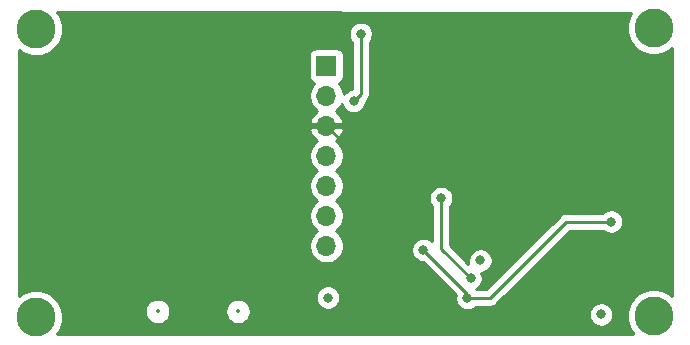
<source format=gbr>
%TF.GenerationSoftware,KiCad,Pcbnew,(5.1.10-1-10_14)*%
%TF.CreationDate,2021-06-08T20:51:40+08:00*%
%TF.ProjectId,network,6e657477-6f72-46b2-9e6b-696361645f70,rev?*%
%TF.SameCoordinates,Original*%
%TF.FileFunction,Copper,L2,Bot*%
%TF.FilePolarity,Positive*%
%FSLAX46Y46*%
G04 Gerber Fmt 4.6, Leading zero omitted, Abs format (unit mm)*
G04 Created by KiCad (PCBNEW (5.1.10-1-10_14)) date 2021-06-08 20:51:40*
%MOMM*%
%LPD*%
G01*
G04 APERTURE LIST*
%TA.AperFunction,ComponentPad*%
%ADD10O,1.700000X1.700000*%
%TD*%
%TA.AperFunction,ComponentPad*%
%ADD11R,1.700000X1.700000*%
%TD*%
%TA.AperFunction,ViaPad*%
%ADD12C,3.300000*%
%TD*%
%TA.AperFunction,ViaPad*%
%ADD13C,0.800000*%
%TD*%
%TA.AperFunction,Conductor*%
%ADD14C,0.250000*%
%TD*%
%TA.AperFunction,Conductor*%
%ADD15C,0.254000*%
%TD*%
%TA.AperFunction,Conductor*%
%ADD16C,0.350000*%
%TD*%
%ADD17C,0.350000*%
G04 APERTURE END LIST*
D10*
%TO.P,J4,7*%
%TO.N,+5V*%
X126400000Y-100240000D03*
%TO.P,J4,6*%
%TO.N,/IO35*%
X126400000Y-97700000D03*
%TO.P,J4,5*%
%TO.N,/IO36*%
X126400000Y-95160000D03*
%TO.P,J4,4*%
%TO.N,/IO37*%
X126400000Y-92620000D03*
%TO.P,J4,3*%
%TO.N,GND*%
X126400000Y-90080000D03*
%TO.P,J4,2*%
%TO.N,/IO38*%
X126400000Y-87540000D03*
D11*
%TO.P,J4,1*%
%TO.N,/IO39*%
X126400000Y-85000000D03*
%TD*%
D12*
%TO.N,*%
X101800000Y-81900000D03*
X101800000Y-106300000D03*
X154100000Y-81800000D03*
X154100000Y-106200000D03*
D13*
%TO.N,GND*%
X135700000Y-87300000D03*
X151100000Y-89800000D03*
X128825000Y-105325000D03*
%TO.N,/BAT+*%
X129300000Y-82295000D03*
X128700000Y-88000000D03*
X126525001Y-104625001D03*
X149649999Y-106050001D03*
X139425010Y-101474990D03*
%TO.N,/BAT-*%
X138325000Y-104675000D03*
X150500000Y-98200000D03*
X134600000Y-100600000D03*
%TO.N,Net-(U2-Pad1)*%
X138600000Y-103000000D03*
X136100000Y-96200000D03*
%TD*%
D14*
%TO.N,GND*%
X132920000Y-90080000D02*
X135700000Y-87300000D01*
X126400000Y-90080000D02*
X132920000Y-90080000D01*
X138200000Y-89800000D02*
X135700000Y-87300000D01*
X151100000Y-89800000D02*
X138200000Y-89800000D01*
X128825000Y-92505000D02*
X126400000Y-90080000D01*
X128825000Y-105325000D02*
X128825000Y-92505000D01*
%TO.N,/BAT+*%
X129300000Y-82295000D02*
X129300000Y-87400000D01*
X129300000Y-87400000D02*
X128700000Y-88000000D01*
X128700000Y-88000000D02*
X128700000Y-88000000D01*
X149649999Y-106050001D02*
X149649999Y-106050001D01*
%TO.N,/BAT-*%
X138325000Y-104675000D02*
X140225000Y-104675000D01*
X146700000Y-98200000D02*
X150500000Y-98200000D01*
X140225000Y-104675000D02*
X146700000Y-98200000D01*
X138325000Y-104325000D02*
X138325000Y-104675000D01*
X134600000Y-100600000D02*
X138325000Y-104325000D01*
%TO.N,Net-(U2-Pad1)*%
X136100000Y-100500000D02*
X138600000Y-103000000D01*
X136100000Y-96200000D02*
X136100000Y-100500000D01*
%TD*%
D15*
%TO.N,GND*%
X152168568Y-80577701D02*
X152075059Y-80717647D01*
X151902811Y-81133490D01*
X151815000Y-81574947D01*
X151815000Y-82025053D01*
X151902811Y-82466510D01*
X152075059Y-82882353D01*
X152325125Y-83256603D01*
X152643397Y-83574875D01*
X153017647Y-83824941D01*
X153433490Y-83997189D01*
X153874947Y-84085000D01*
X154325053Y-84085000D01*
X154766510Y-83997189D01*
X155182353Y-83824941D01*
X155556603Y-83574875D01*
X155615000Y-83516478D01*
X155615001Y-104483523D01*
X155556603Y-104425125D01*
X155182353Y-104175059D01*
X154766510Y-104002811D01*
X154325053Y-103915000D01*
X153874947Y-103915000D01*
X153433490Y-104002811D01*
X153017647Y-104175059D01*
X152643397Y-104425125D01*
X152325125Y-104743397D01*
X152075059Y-105117647D01*
X151902811Y-105533490D01*
X151815000Y-105974947D01*
X151815000Y-106425053D01*
X151902811Y-106866510D01*
X152075059Y-107282353D01*
X152325125Y-107656603D01*
X152383522Y-107715000D01*
X103602673Y-107715000D01*
X103824941Y-107382353D01*
X103997189Y-106966510D01*
X104085000Y-106525053D01*
X104085000Y-106074947D01*
X104009054Y-105693137D01*
X111015000Y-105693137D01*
X111015000Y-105906863D01*
X111056696Y-106116483D01*
X111138485Y-106313940D01*
X111257225Y-106491647D01*
X111408353Y-106642775D01*
X111586060Y-106761515D01*
X111783517Y-106843304D01*
X111993137Y-106885000D01*
X112206863Y-106885000D01*
X112416483Y-106843304D01*
X112613940Y-106761515D01*
X112791647Y-106642775D01*
X112942775Y-106491647D01*
X113061515Y-106313940D01*
X113143304Y-106116483D01*
X113185000Y-105906863D01*
X113185000Y-105693137D01*
X117815000Y-105693137D01*
X117815000Y-105906863D01*
X117856696Y-106116483D01*
X117938485Y-106313940D01*
X118057225Y-106491647D01*
X118208353Y-106642775D01*
X118386060Y-106761515D01*
X118583517Y-106843304D01*
X118793137Y-106885000D01*
X119006863Y-106885000D01*
X119216483Y-106843304D01*
X119413940Y-106761515D01*
X119591647Y-106642775D01*
X119742775Y-106491647D01*
X119861515Y-106313940D01*
X119943304Y-106116483D01*
X119976805Y-105948062D01*
X148614999Y-105948062D01*
X148614999Y-106151940D01*
X148654773Y-106351899D01*
X148732794Y-106540257D01*
X148846062Y-106709775D01*
X148990225Y-106853938D01*
X149159743Y-106967206D01*
X149348101Y-107045227D01*
X149548060Y-107085001D01*
X149751938Y-107085001D01*
X149951897Y-107045227D01*
X150140255Y-106967206D01*
X150309773Y-106853938D01*
X150453936Y-106709775D01*
X150567204Y-106540257D01*
X150645225Y-106351899D01*
X150684999Y-106151940D01*
X150684999Y-105948062D01*
X150645225Y-105748103D01*
X150567204Y-105559745D01*
X150453936Y-105390227D01*
X150309773Y-105246064D01*
X150140255Y-105132796D01*
X149951897Y-105054775D01*
X149751938Y-105015001D01*
X149548060Y-105015001D01*
X149348101Y-105054775D01*
X149159743Y-105132796D01*
X148990225Y-105246064D01*
X148846062Y-105390227D01*
X148732794Y-105559745D01*
X148654773Y-105748103D01*
X148614999Y-105948062D01*
X119976805Y-105948062D01*
X119985000Y-105906863D01*
X119985000Y-105693137D01*
X119943304Y-105483517D01*
X119861515Y-105286060D01*
X119742775Y-105108353D01*
X119591647Y-104957225D01*
X119413940Y-104838485D01*
X119216483Y-104756696D01*
X119006863Y-104715000D01*
X118793137Y-104715000D01*
X118583517Y-104756696D01*
X118386060Y-104838485D01*
X118208353Y-104957225D01*
X118057225Y-105108353D01*
X117938485Y-105286060D01*
X117856696Y-105483517D01*
X117815000Y-105693137D01*
X113185000Y-105693137D01*
X113143304Y-105483517D01*
X113061515Y-105286060D01*
X112942775Y-105108353D01*
X112791647Y-104957225D01*
X112613940Y-104838485D01*
X112416483Y-104756696D01*
X112206863Y-104715000D01*
X111993137Y-104715000D01*
X111783517Y-104756696D01*
X111586060Y-104838485D01*
X111408353Y-104957225D01*
X111257225Y-105108353D01*
X111138485Y-105286060D01*
X111056696Y-105483517D01*
X111015000Y-105693137D01*
X104009054Y-105693137D01*
X103997189Y-105633490D01*
X103824941Y-105217647D01*
X103574875Y-104843397D01*
X103256603Y-104525125D01*
X103253516Y-104523062D01*
X125490001Y-104523062D01*
X125490001Y-104726940D01*
X125529775Y-104926899D01*
X125607796Y-105115257D01*
X125721064Y-105284775D01*
X125865227Y-105428938D01*
X126034745Y-105542206D01*
X126223103Y-105620227D01*
X126423062Y-105660001D01*
X126626940Y-105660001D01*
X126826899Y-105620227D01*
X127015257Y-105542206D01*
X127184775Y-105428938D01*
X127328938Y-105284775D01*
X127442206Y-105115257D01*
X127520227Y-104926899D01*
X127560001Y-104726940D01*
X127560001Y-104523062D01*
X127520227Y-104323103D01*
X127442206Y-104134745D01*
X127328938Y-103965227D01*
X127184775Y-103821064D01*
X127015257Y-103707796D01*
X126826899Y-103629775D01*
X126626940Y-103590001D01*
X126423062Y-103590001D01*
X126223103Y-103629775D01*
X126034745Y-103707796D01*
X125865227Y-103821064D01*
X125721064Y-103965227D01*
X125607796Y-104134745D01*
X125529775Y-104323103D01*
X125490001Y-104523062D01*
X103253516Y-104523062D01*
X102882353Y-104275059D01*
X102466510Y-104102811D01*
X102025053Y-104015000D01*
X101574947Y-104015000D01*
X101133490Y-104102811D01*
X100717647Y-104275059D01*
X100385000Y-104497327D01*
X100385000Y-92473740D01*
X124915000Y-92473740D01*
X124915000Y-92766260D01*
X124972068Y-93053158D01*
X125084010Y-93323411D01*
X125246525Y-93566632D01*
X125453368Y-93773475D01*
X125627760Y-93890000D01*
X125453368Y-94006525D01*
X125246525Y-94213368D01*
X125084010Y-94456589D01*
X124972068Y-94726842D01*
X124915000Y-95013740D01*
X124915000Y-95306260D01*
X124972068Y-95593158D01*
X125084010Y-95863411D01*
X125246525Y-96106632D01*
X125453368Y-96313475D01*
X125627760Y-96430000D01*
X125453368Y-96546525D01*
X125246525Y-96753368D01*
X125084010Y-96996589D01*
X124972068Y-97266842D01*
X124915000Y-97553740D01*
X124915000Y-97846260D01*
X124972068Y-98133158D01*
X125084010Y-98403411D01*
X125246525Y-98646632D01*
X125453368Y-98853475D01*
X125627760Y-98970000D01*
X125453368Y-99086525D01*
X125246525Y-99293368D01*
X125084010Y-99536589D01*
X124972068Y-99806842D01*
X124915000Y-100093740D01*
X124915000Y-100386260D01*
X124972068Y-100673158D01*
X125084010Y-100943411D01*
X125246525Y-101186632D01*
X125453368Y-101393475D01*
X125696589Y-101555990D01*
X125966842Y-101667932D01*
X126253740Y-101725000D01*
X126546260Y-101725000D01*
X126833158Y-101667932D01*
X127103411Y-101555990D01*
X127346632Y-101393475D01*
X127553475Y-101186632D01*
X127715990Y-100943411D01*
X127827932Y-100673158D01*
X127862761Y-100498061D01*
X133565000Y-100498061D01*
X133565000Y-100701939D01*
X133604774Y-100901898D01*
X133682795Y-101090256D01*
X133796063Y-101259774D01*
X133940226Y-101403937D01*
X134109744Y-101517205D01*
X134298102Y-101595226D01*
X134498061Y-101635000D01*
X134560199Y-101635000D01*
X137324552Y-104399354D01*
X137290000Y-104573061D01*
X137290000Y-104776939D01*
X137329774Y-104976898D01*
X137407795Y-105165256D01*
X137521063Y-105334774D01*
X137665226Y-105478937D01*
X137834744Y-105592205D01*
X138023102Y-105670226D01*
X138223061Y-105710000D01*
X138426939Y-105710000D01*
X138626898Y-105670226D01*
X138815256Y-105592205D01*
X138984774Y-105478937D01*
X139028711Y-105435000D01*
X140187678Y-105435000D01*
X140225000Y-105438676D01*
X140262322Y-105435000D01*
X140262333Y-105435000D01*
X140373986Y-105424003D01*
X140517247Y-105380546D01*
X140649276Y-105309974D01*
X140765001Y-105215001D01*
X140788804Y-105185997D01*
X147014802Y-98960000D01*
X149796289Y-98960000D01*
X149840226Y-99003937D01*
X150009744Y-99117205D01*
X150198102Y-99195226D01*
X150398061Y-99235000D01*
X150601939Y-99235000D01*
X150801898Y-99195226D01*
X150990256Y-99117205D01*
X151159774Y-99003937D01*
X151303937Y-98859774D01*
X151417205Y-98690256D01*
X151495226Y-98501898D01*
X151535000Y-98301939D01*
X151535000Y-98098061D01*
X151495226Y-97898102D01*
X151417205Y-97709744D01*
X151303937Y-97540226D01*
X151159774Y-97396063D01*
X150990256Y-97282795D01*
X150801898Y-97204774D01*
X150601939Y-97165000D01*
X150398061Y-97165000D01*
X150198102Y-97204774D01*
X150009744Y-97282795D01*
X149840226Y-97396063D01*
X149796289Y-97440000D01*
X146737323Y-97440000D01*
X146700000Y-97436324D01*
X146662677Y-97440000D01*
X146662667Y-97440000D01*
X146551014Y-97450997D01*
X146407753Y-97494454D01*
X146275724Y-97565026D01*
X146159999Y-97659999D01*
X146136201Y-97688997D01*
X139910199Y-103915000D01*
X139093556Y-103915000D01*
X139259774Y-103803937D01*
X139403937Y-103659774D01*
X139517205Y-103490256D01*
X139595226Y-103301898D01*
X139635000Y-103101939D01*
X139635000Y-102898061D01*
X139595226Y-102698102D01*
X139517307Y-102509990D01*
X139526949Y-102509990D01*
X139726908Y-102470216D01*
X139915266Y-102392195D01*
X140084784Y-102278927D01*
X140228947Y-102134764D01*
X140342215Y-101965246D01*
X140420236Y-101776888D01*
X140460010Y-101576929D01*
X140460010Y-101373051D01*
X140420236Y-101173092D01*
X140342215Y-100984734D01*
X140228947Y-100815216D01*
X140084784Y-100671053D01*
X139915266Y-100557785D01*
X139726908Y-100479764D01*
X139526949Y-100439990D01*
X139323071Y-100439990D01*
X139123112Y-100479764D01*
X138934754Y-100557785D01*
X138765236Y-100671053D01*
X138621073Y-100815216D01*
X138507805Y-100984734D01*
X138429784Y-101173092D01*
X138390010Y-101373051D01*
X138390010Y-101576929D01*
X138424345Y-101749543D01*
X136860000Y-100185199D01*
X136860000Y-96903711D01*
X136903937Y-96859774D01*
X137017205Y-96690256D01*
X137095226Y-96501898D01*
X137135000Y-96301939D01*
X137135000Y-96098061D01*
X137095226Y-95898102D01*
X137017205Y-95709744D01*
X136903937Y-95540226D01*
X136759774Y-95396063D01*
X136590256Y-95282795D01*
X136401898Y-95204774D01*
X136201939Y-95165000D01*
X135998061Y-95165000D01*
X135798102Y-95204774D01*
X135609744Y-95282795D01*
X135440226Y-95396063D01*
X135296063Y-95540226D01*
X135182795Y-95709744D01*
X135104774Y-95898102D01*
X135065000Y-96098061D01*
X135065000Y-96301939D01*
X135104774Y-96501898D01*
X135182795Y-96690256D01*
X135296063Y-96859774D01*
X135340000Y-96903711D01*
X135340001Y-99876290D01*
X135259774Y-99796063D01*
X135090256Y-99682795D01*
X134901898Y-99604774D01*
X134701939Y-99565000D01*
X134498061Y-99565000D01*
X134298102Y-99604774D01*
X134109744Y-99682795D01*
X133940226Y-99796063D01*
X133796063Y-99940226D01*
X133682795Y-100109744D01*
X133604774Y-100298102D01*
X133565000Y-100498061D01*
X127862761Y-100498061D01*
X127885000Y-100386260D01*
X127885000Y-100093740D01*
X127827932Y-99806842D01*
X127715990Y-99536589D01*
X127553475Y-99293368D01*
X127346632Y-99086525D01*
X127172240Y-98970000D01*
X127346632Y-98853475D01*
X127553475Y-98646632D01*
X127715990Y-98403411D01*
X127827932Y-98133158D01*
X127885000Y-97846260D01*
X127885000Y-97553740D01*
X127827932Y-97266842D01*
X127715990Y-96996589D01*
X127553475Y-96753368D01*
X127346632Y-96546525D01*
X127172240Y-96430000D01*
X127346632Y-96313475D01*
X127553475Y-96106632D01*
X127715990Y-95863411D01*
X127827932Y-95593158D01*
X127885000Y-95306260D01*
X127885000Y-95013740D01*
X127827932Y-94726842D01*
X127715990Y-94456589D01*
X127553475Y-94213368D01*
X127346632Y-94006525D01*
X127172240Y-93890000D01*
X127346632Y-93773475D01*
X127553475Y-93566632D01*
X127715990Y-93323411D01*
X127827932Y-93053158D01*
X127885000Y-92766260D01*
X127885000Y-92473740D01*
X127827932Y-92186842D01*
X127715990Y-91916589D01*
X127553475Y-91673368D01*
X127346632Y-91466525D01*
X127164466Y-91344805D01*
X127281355Y-91275178D01*
X127497588Y-91080269D01*
X127671641Y-90846920D01*
X127796825Y-90584099D01*
X127841476Y-90436890D01*
X127720155Y-90207000D01*
X126527000Y-90207000D01*
X126527000Y-90227000D01*
X126273000Y-90227000D01*
X126273000Y-90207000D01*
X125079845Y-90207000D01*
X124958524Y-90436890D01*
X125003175Y-90584099D01*
X125128359Y-90846920D01*
X125302412Y-91080269D01*
X125518645Y-91275178D01*
X125635534Y-91344805D01*
X125453368Y-91466525D01*
X125246525Y-91673368D01*
X125084010Y-91916589D01*
X124972068Y-92186842D01*
X124915000Y-92473740D01*
X100385000Y-92473740D01*
X100385000Y-83702673D01*
X100717647Y-83924941D01*
X101133490Y-84097189D01*
X101574947Y-84185000D01*
X102025053Y-84185000D01*
X102201010Y-84150000D01*
X124911928Y-84150000D01*
X124911928Y-85850000D01*
X124924188Y-85974482D01*
X124960498Y-86094180D01*
X125019463Y-86204494D01*
X125098815Y-86301185D01*
X125195506Y-86380537D01*
X125305820Y-86439502D01*
X125378380Y-86461513D01*
X125246525Y-86593368D01*
X125084010Y-86836589D01*
X124972068Y-87106842D01*
X124915000Y-87393740D01*
X124915000Y-87686260D01*
X124972068Y-87973158D01*
X125084010Y-88243411D01*
X125246525Y-88486632D01*
X125453368Y-88693475D01*
X125635534Y-88815195D01*
X125518645Y-88884822D01*
X125302412Y-89079731D01*
X125128359Y-89313080D01*
X125003175Y-89575901D01*
X124958524Y-89723110D01*
X125079845Y-89953000D01*
X126273000Y-89953000D01*
X126273000Y-89933000D01*
X126527000Y-89933000D01*
X126527000Y-89953000D01*
X127720155Y-89953000D01*
X127841476Y-89723110D01*
X127796825Y-89575901D01*
X127671641Y-89313080D01*
X127497588Y-89079731D01*
X127281355Y-88884822D01*
X127164466Y-88815195D01*
X127346632Y-88693475D01*
X127553475Y-88486632D01*
X127698382Y-88269763D01*
X127704774Y-88301898D01*
X127782795Y-88490256D01*
X127896063Y-88659774D01*
X128040226Y-88803937D01*
X128209744Y-88917205D01*
X128398102Y-88995226D01*
X128598061Y-89035000D01*
X128801939Y-89035000D01*
X129001898Y-88995226D01*
X129190256Y-88917205D01*
X129359774Y-88803937D01*
X129503937Y-88659774D01*
X129617205Y-88490256D01*
X129695226Y-88301898D01*
X129735000Y-88101939D01*
X129735000Y-88039802D01*
X129811002Y-87963800D01*
X129840001Y-87940001D01*
X129913031Y-87851014D01*
X129934974Y-87824277D01*
X130005546Y-87692247D01*
X130040892Y-87575724D01*
X130049003Y-87548986D01*
X130060000Y-87437333D01*
X130060000Y-87437324D01*
X130063676Y-87400001D01*
X130060000Y-87362678D01*
X130060000Y-82998711D01*
X130103937Y-82954774D01*
X130217205Y-82785256D01*
X130295226Y-82596898D01*
X130335000Y-82396939D01*
X130335000Y-82193061D01*
X130295226Y-81993102D01*
X130217205Y-81804744D01*
X130103937Y-81635226D01*
X129959774Y-81491063D01*
X129790256Y-81377795D01*
X129601898Y-81299774D01*
X129401939Y-81260000D01*
X129198061Y-81260000D01*
X128998102Y-81299774D01*
X128809744Y-81377795D01*
X128640226Y-81491063D01*
X128496063Y-81635226D01*
X128382795Y-81804744D01*
X128304774Y-81993102D01*
X128265000Y-82193061D01*
X128265000Y-82396939D01*
X128304774Y-82596898D01*
X128382795Y-82785256D01*
X128496063Y-82954774D01*
X128540000Y-82998711D01*
X128540001Y-86976549D01*
X128398102Y-87004774D01*
X128209744Y-87082795D01*
X128040226Y-87196063D01*
X127896063Y-87340226D01*
X127879335Y-87365261D01*
X127827932Y-87106842D01*
X127715990Y-86836589D01*
X127553475Y-86593368D01*
X127421620Y-86461513D01*
X127494180Y-86439502D01*
X127604494Y-86380537D01*
X127701185Y-86301185D01*
X127780537Y-86204494D01*
X127839502Y-86094180D01*
X127875812Y-85974482D01*
X127888072Y-85850000D01*
X127888072Y-84150000D01*
X127875812Y-84025518D01*
X127839502Y-83905820D01*
X127780537Y-83795506D01*
X127701185Y-83698815D01*
X127604494Y-83619463D01*
X127494180Y-83560498D01*
X127374482Y-83524188D01*
X127250000Y-83511928D01*
X125550000Y-83511928D01*
X125425518Y-83524188D01*
X125305820Y-83560498D01*
X125195506Y-83619463D01*
X125098815Y-83698815D01*
X125019463Y-83795506D01*
X124960498Y-83905820D01*
X124924188Y-84025518D01*
X124911928Y-84150000D01*
X102201010Y-84150000D01*
X102466510Y-84097189D01*
X102882353Y-83924941D01*
X103256603Y-83674875D01*
X103574875Y-83356603D01*
X103824941Y-82982353D01*
X103997189Y-82566510D01*
X104085000Y-82125053D01*
X104085000Y-81674947D01*
X103997189Y-81233490D01*
X103824941Y-80817647D01*
X103607286Y-80491904D01*
X152168568Y-80577701D01*
%TA.AperFunction,Conductor*%
D16*
G36*
X152168568Y-80577701D02*
G01*
X152075059Y-80717647D01*
X151902811Y-81133490D01*
X151815000Y-81574947D01*
X151815000Y-82025053D01*
X151902811Y-82466510D01*
X152075059Y-82882353D01*
X152325125Y-83256603D01*
X152643397Y-83574875D01*
X153017647Y-83824941D01*
X153433490Y-83997189D01*
X153874947Y-84085000D01*
X154325053Y-84085000D01*
X154766510Y-83997189D01*
X155182353Y-83824941D01*
X155556603Y-83574875D01*
X155615000Y-83516478D01*
X155615001Y-104483523D01*
X155556603Y-104425125D01*
X155182353Y-104175059D01*
X154766510Y-104002811D01*
X154325053Y-103915000D01*
X153874947Y-103915000D01*
X153433490Y-104002811D01*
X153017647Y-104175059D01*
X152643397Y-104425125D01*
X152325125Y-104743397D01*
X152075059Y-105117647D01*
X151902811Y-105533490D01*
X151815000Y-105974947D01*
X151815000Y-106425053D01*
X151902811Y-106866510D01*
X152075059Y-107282353D01*
X152325125Y-107656603D01*
X152383522Y-107715000D01*
X103602673Y-107715000D01*
X103824941Y-107382353D01*
X103997189Y-106966510D01*
X104085000Y-106525053D01*
X104085000Y-106074947D01*
X104009054Y-105693137D01*
X111015000Y-105693137D01*
X111015000Y-105906863D01*
X111056696Y-106116483D01*
X111138485Y-106313940D01*
X111257225Y-106491647D01*
X111408353Y-106642775D01*
X111586060Y-106761515D01*
X111783517Y-106843304D01*
X111993137Y-106885000D01*
X112206863Y-106885000D01*
X112416483Y-106843304D01*
X112613940Y-106761515D01*
X112791647Y-106642775D01*
X112942775Y-106491647D01*
X113061515Y-106313940D01*
X113143304Y-106116483D01*
X113185000Y-105906863D01*
X113185000Y-105693137D01*
X117815000Y-105693137D01*
X117815000Y-105906863D01*
X117856696Y-106116483D01*
X117938485Y-106313940D01*
X118057225Y-106491647D01*
X118208353Y-106642775D01*
X118386060Y-106761515D01*
X118583517Y-106843304D01*
X118793137Y-106885000D01*
X119006863Y-106885000D01*
X119216483Y-106843304D01*
X119413940Y-106761515D01*
X119591647Y-106642775D01*
X119742775Y-106491647D01*
X119861515Y-106313940D01*
X119943304Y-106116483D01*
X119976805Y-105948062D01*
X148614999Y-105948062D01*
X148614999Y-106151940D01*
X148654773Y-106351899D01*
X148732794Y-106540257D01*
X148846062Y-106709775D01*
X148990225Y-106853938D01*
X149159743Y-106967206D01*
X149348101Y-107045227D01*
X149548060Y-107085001D01*
X149751938Y-107085001D01*
X149951897Y-107045227D01*
X150140255Y-106967206D01*
X150309773Y-106853938D01*
X150453936Y-106709775D01*
X150567204Y-106540257D01*
X150645225Y-106351899D01*
X150684999Y-106151940D01*
X150684999Y-105948062D01*
X150645225Y-105748103D01*
X150567204Y-105559745D01*
X150453936Y-105390227D01*
X150309773Y-105246064D01*
X150140255Y-105132796D01*
X149951897Y-105054775D01*
X149751938Y-105015001D01*
X149548060Y-105015001D01*
X149348101Y-105054775D01*
X149159743Y-105132796D01*
X148990225Y-105246064D01*
X148846062Y-105390227D01*
X148732794Y-105559745D01*
X148654773Y-105748103D01*
X148614999Y-105948062D01*
X119976805Y-105948062D01*
X119985000Y-105906863D01*
X119985000Y-105693137D01*
X119943304Y-105483517D01*
X119861515Y-105286060D01*
X119742775Y-105108353D01*
X119591647Y-104957225D01*
X119413940Y-104838485D01*
X119216483Y-104756696D01*
X119006863Y-104715000D01*
X118793137Y-104715000D01*
X118583517Y-104756696D01*
X118386060Y-104838485D01*
X118208353Y-104957225D01*
X118057225Y-105108353D01*
X117938485Y-105286060D01*
X117856696Y-105483517D01*
X117815000Y-105693137D01*
X113185000Y-105693137D01*
X113143304Y-105483517D01*
X113061515Y-105286060D01*
X112942775Y-105108353D01*
X112791647Y-104957225D01*
X112613940Y-104838485D01*
X112416483Y-104756696D01*
X112206863Y-104715000D01*
X111993137Y-104715000D01*
X111783517Y-104756696D01*
X111586060Y-104838485D01*
X111408353Y-104957225D01*
X111257225Y-105108353D01*
X111138485Y-105286060D01*
X111056696Y-105483517D01*
X111015000Y-105693137D01*
X104009054Y-105693137D01*
X103997189Y-105633490D01*
X103824941Y-105217647D01*
X103574875Y-104843397D01*
X103256603Y-104525125D01*
X103253516Y-104523062D01*
X125490001Y-104523062D01*
X125490001Y-104726940D01*
X125529775Y-104926899D01*
X125607796Y-105115257D01*
X125721064Y-105284775D01*
X125865227Y-105428938D01*
X126034745Y-105542206D01*
X126223103Y-105620227D01*
X126423062Y-105660001D01*
X126626940Y-105660001D01*
X126826899Y-105620227D01*
X127015257Y-105542206D01*
X127184775Y-105428938D01*
X127328938Y-105284775D01*
X127442206Y-105115257D01*
X127520227Y-104926899D01*
X127560001Y-104726940D01*
X127560001Y-104523062D01*
X127520227Y-104323103D01*
X127442206Y-104134745D01*
X127328938Y-103965227D01*
X127184775Y-103821064D01*
X127015257Y-103707796D01*
X126826899Y-103629775D01*
X126626940Y-103590001D01*
X126423062Y-103590001D01*
X126223103Y-103629775D01*
X126034745Y-103707796D01*
X125865227Y-103821064D01*
X125721064Y-103965227D01*
X125607796Y-104134745D01*
X125529775Y-104323103D01*
X125490001Y-104523062D01*
X103253516Y-104523062D01*
X102882353Y-104275059D01*
X102466510Y-104102811D01*
X102025053Y-104015000D01*
X101574947Y-104015000D01*
X101133490Y-104102811D01*
X100717647Y-104275059D01*
X100385000Y-104497327D01*
X100385000Y-92473740D01*
X124915000Y-92473740D01*
X124915000Y-92766260D01*
X124972068Y-93053158D01*
X125084010Y-93323411D01*
X125246525Y-93566632D01*
X125453368Y-93773475D01*
X125627760Y-93890000D01*
X125453368Y-94006525D01*
X125246525Y-94213368D01*
X125084010Y-94456589D01*
X124972068Y-94726842D01*
X124915000Y-95013740D01*
X124915000Y-95306260D01*
X124972068Y-95593158D01*
X125084010Y-95863411D01*
X125246525Y-96106632D01*
X125453368Y-96313475D01*
X125627760Y-96430000D01*
X125453368Y-96546525D01*
X125246525Y-96753368D01*
X125084010Y-96996589D01*
X124972068Y-97266842D01*
X124915000Y-97553740D01*
X124915000Y-97846260D01*
X124972068Y-98133158D01*
X125084010Y-98403411D01*
X125246525Y-98646632D01*
X125453368Y-98853475D01*
X125627760Y-98970000D01*
X125453368Y-99086525D01*
X125246525Y-99293368D01*
X125084010Y-99536589D01*
X124972068Y-99806842D01*
X124915000Y-100093740D01*
X124915000Y-100386260D01*
X124972068Y-100673158D01*
X125084010Y-100943411D01*
X125246525Y-101186632D01*
X125453368Y-101393475D01*
X125696589Y-101555990D01*
X125966842Y-101667932D01*
X126253740Y-101725000D01*
X126546260Y-101725000D01*
X126833158Y-101667932D01*
X127103411Y-101555990D01*
X127346632Y-101393475D01*
X127553475Y-101186632D01*
X127715990Y-100943411D01*
X127827932Y-100673158D01*
X127862761Y-100498061D01*
X133565000Y-100498061D01*
X133565000Y-100701939D01*
X133604774Y-100901898D01*
X133682795Y-101090256D01*
X133796063Y-101259774D01*
X133940226Y-101403937D01*
X134109744Y-101517205D01*
X134298102Y-101595226D01*
X134498061Y-101635000D01*
X134560199Y-101635000D01*
X137324552Y-104399354D01*
X137290000Y-104573061D01*
X137290000Y-104776939D01*
X137329774Y-104976898D01*
X137407795Y-105165256D01*
X137521063Y-105334774D01*
X137665226Y-105478937D01*
X137834744Y-105592205D01*
X138023102Y-105670226D01*
X138223061Y-105710000D01*
X138426939Y-105710000D01*
X138626898Y-105670226D01*
X138815256Y-105592205D01*
X138984774Y-105478937D01*
X139028711Y-105435000D01*
X140187678Y-105435000D01*
X140225000Y-105438676D01*
X140262322Y-105435000D01*
X140262333Y-105435000D01*
X140373986Y-105424003D01*
X140517247Y-105380546D01*
X140649276Y-105309974D01*
X140765001Y-105215001D01*
X140788804Y-105185997D01*
X147014802Y-98960000D01*
X149796289Y-98960000D01*
X149840226Y-99003937D01*
X150009744Y-99117205D01*
X150198102Y-99195226D01*
X150398061Y-99235000D01*
X150601939Y-99235000D01*
X150801898Y-99195226D01*
X150990256Y-99117205D01*
X151159774Y-99003937D01*
X151303937Y-98859774D01*
X151417205Y-98690256D01*
X151495226Y-98501898D01*
X151535000Y-98301939D01*
X151535000Y-98098061D01*
X151495226Y-97898102D01*
X151417205Y-97709744D01*
X151303937Y-97540226D01*
X151159774Y-97396063D01*
X150990256Y-97282795D01*
X150801898Y-97204774D01*
X150601939Y-97165000D01*
X150398061Y-97165000D01*
X150198102Y-97204774D01*
X150009744Y-97282795D01*
X149840226Y-97396063D01*
X149796289Y-97440000D01*
X146737323Y-97440000D01*
X146700000Y-97436324D01*
X146662677Y-97440000D01*
X146662667Y-97440000D01*
X146551014Y-97450997D01*
X146407753Y-97494454D01*
X146275724Y-97565026D01*
X146159999Y-97659999D01*
X146136201Y-97688997D01*
X139910199Y-103915000D01*
X139093556Y-103915000D01*
X139259774Y-103803937D01*
X139403937Y-103659774D01*
X139517205Y-103490256D01*
X139595226Y-103301898D01*
X139635000Y-103101939D01*
X139635000Y-102898061D01*
X139595226Y-102698102D01*
X139517307Y-102509990D01*
X139526949Y-102509990D01*
X139726908Y-102470216D01*
X139915266Y-102392195D01*
X140084784Y-102278927D01*
X140228947Y-102134764D01*
X140342215Y-101965246D01*
X140420236Y-101776888D01*
X140460010Y-101576929D01*
X140460010Y-101373051D01*
X140420236Y-101173092D01*
X140342215Y-100984734D01*
X140228947Y-100815216D01*
X140084784Y-100671053D01*
X139915266Y-100557785D01*
X139726908Y-100479764D01*
X139526949Y-100439990D01*
X139323071Y-100439990D01*
X139123112Y-100479764D01*
X138934754Y-100557785D01*
X138765236Y-100671053D01*
X138621073Y-100815216D01*
X138507805Y-100984734D01*
X138429784Y-101173092D01*
X138390010Y-101373051D01*
X138390010Y-101576929D01*
X138424345Y-101749543D01*
X136860000Y-100185199D01*
X136860000Y-96903711D01*
X136903937Y-96859774D01*
X137017205Y-96690256D01*
X137095226Y-96501898D01*
X137135000Y-96301939D01*
X137135000Y-96098061D01*
X137095226Y-95898102D01*
X137017205Y-95709744D01*
X136903937Y-95540226D01*
X136759774Y-95396063D01*
X136590256Y-95282795D01*
X136401898Y-95204774D01*
X136201939Y-95165000D01*
X135998061Y-95165000D01*
X135798102Y-95204774D01*
X135609744Y-95282795D01*
X135440226Y-95396063D01*
X135296063Y-95540226D01*
X135182795Y-95709744D01*
X135104774Y-95898102D01*
X135065000Y-96098061D01*
X135065000Y-96301939D01*
X135104774Y-96501898D01*
X135182795Y-96690256D01*
X135296063Y-96859774D01*
X135340000Y-96903711D01*
X135340001Y-99876290D01*
X135259774Y-99796063D01*
X135090256Y-99682795D01*
X134901898Y-99604774D01*
X134701939Y-99565000D01*
X134498061Y-99565000D01*
X134298102Y-99604774D01*
X134109744Y-99682795D01*
X133940226Y-99796063D01*
X133796063Y-99940226D01*
X133682795Y-100109744D01*
X133604774Y-100298102D01*
X133565000Y-100498061D01*
X127862761Y-100498061D01*
X127885000Y-100386260D01*
X127885000Y-100093740D01*
X127827932Y-99806842D01*
X127715990Y-99536589D01*
X127553475Y-99293368D01*
X127346632Y-99086525D01*
X127172240Y-98970000D01*
X127346632Y-98853475D01*
X127553475Y-98646632D01*
X127715990Y-98403411D01*
X127827932Y-98133158D01*
X127885000Y-97846260D01*
X127885000Y-97553740D01*
X127827932Y-97266842D01*
X127715990Y-96996589D01*
X127553475Y-96753368D01*
X127346632Y-96546525D01*
X127172240Y-96430000D01*
X127346632Y-96313475D01*
X127553475Y-96106632D01*
X127715990Y-95863411D01*
X127827932Y-95593158D01*
X127885000Y-95306260D01*
X127885000Y-95013740D01*
X127827932Y-94726842D01*
X127715990Y-94456589D01*
X127553475Y-94213368D01*
X127346632Y-94006525D01*
X127172240Y-93890000D01*
X127346632Y-93773475D01*
X127553475Y-93566632D01*
X127715990Y-93323411D01*
X127827932Y-93053158D01*
X127885000Y-92766260D01*
X127885000Y-92473740D01*
X127827932Y-92186842D01*
X127715990Y-91916589D01*
X127553475Y-91673368D01*
X127346632Y-91466525D01*
X127164466Y-91344805D01*
X127281355Y-91275178D01*
X127497588Y-91080269D01*
X127671641Y-90846920D01*
X127796825Y-90584099D01*
X127841476Y-90436890D01*
X127720155Y-90207000D01*
X126527000Y-90207000D01*
X126527000Y-90227000D01*
X126273000Y-90227000D01*
X126273000Y-90207000D01*
X125079845Y-90207000D01*
X124958524Y-90436890D01*
X125003175Y-90584099D01*
X125128359Y-90846920D01*
X125302412Y-91080269D01*
X125518645Y-91275178D01*
X125635534Y-91344805D01*
X125453368Y-91466525D01*
X125246525Y-91673368D01*
X125084010Y-91916589D01*
X124972068Y-92186842D01*
X124915000Y-92473740D01*
X100385000Y-92473740D01*
X100385000Y-83702673D01*
X100717647Y-83924941D01*
X101133490Y-84097189D01*
X101574947Y-84185000D01*
X102025053Y-84185000D01*
X102201010Y-84150000D01*
X124911928Y-84150000D01*
X124911928Y-85850000D01*
X124924188Y-85974482D01*
X124960498Y-86094180D01*
X125019463Y-86204494D01*
X125098815Y-86301185D01*
X125195506Y-86380537D01*
X125305820Y-86439502D01*
X125378380Y-86461513D01*
X125246525Y-86593368D01*
X125084010Y-86836589D01*
X124972068Y-87106842D01*
X124915000Y-87393740D01*
X124915000Y-87686260D01*
X124972068Y-87973158D01*
X125084010Y-88243411D01*
X125246525Y-88486632D01*
X125453368Y-88693475D01*
X125635534Y-88815195D01*
X125518645Y-88884822D01*
X125302412Y-89079731D01*
X125128359Y-89313080D01*
X125003175Y-89575901D01*
X124958524Y-89723110D01*
X125079845Y-89953000D01*
X126273000Y-89953000D01*
X126273000Y-89933000D01*
X126527000Y-89933000D01*
X126527000Y-89953000D01*
X127720155Y-89953000D01*
X127841476Y-89723110D01*
X127796825Y-89575901D01*
X127671641Y-89313080D01*
X127497588Y-89079731D01*
X127281355Y-88884822D01*
X127164466Y-88815195D01*
X127346632Y-88693475D01*
X127553475Y-88486632D01*
X127698382Y-88269763D01*
X127704774Y-88301898D01*
X127782795Y-88490256D01*
X127896063Y-88659774D01*
X128040226Y-88803937D01*
X128209744Y-88917205D01*
X128398102Y-88995226D01*
X128598061Y-89035000D01*
X128801939Y-89035000D01*
X129001898Y-88995226D01*
X129190256Y-88917205D01*
X129359774Y-88803937D01*
X129503937Y-88659774D01*
X129617205Y-88490256D01*
X129695226Y-88301898D01*
X129735000Y-88101939D01*
X129735000Y-88039802D01*
X129811002Y-87963800D01*
X129840001Y-87940001D01*
X129913031Y-87851014D01*
X129934974Y-87824277D01*
X130005546Y-87692247D01*
X130040892Y-87575724D01*
X130049003Y-87548986D01*
X130060000Y-87437333D01*
X130060000Y-87437324D01*
X130063676Y-87400001D01*
X130060000Y-87362678D01*
X130060000Y-82998711D01*
X130103937Y-82954774D01*
X130217205Y-82785256D01*
X130295226Y-82596898D01*
X130335000Y-82396939D01*
X130335000Y-82193061D01*
X130295226Y-81993102D01*
X130217205Y-81804744D01*
X130103937Y-81635226D01*
X129959774Y-81491063D01*
X129790256Y-81377795D01*
X129601898Y-81299774D01*
X129401939Y-81260000D01*
X129198061Y-81260000D01*
X128998102Y-81299774D01*
X128809744Y-81377795D01*
X128640226Y-81491063D01*
X128496063Y-81635226D01*
X128382795Y-81804744D01*
X128304774Y-81993102D01*
X128265000Y-82193061D01*
X128265000Y-82396939D01*
X128304774Y-82596898D01*
X128382795Y-82785256D01*
X128496063Y-82954774D01*
X128540000Y-82998711D01*
X128540001Y-86976549D01*
X128398102Y-87004774D01*
X128209744Y-87082795D01*
X128040226Y-87196063D01*
X127896063Y-87340226D01*
X127879335Y-87365261D01*
X127827932Y-87106842D01*
X127715990Y-86836589D01*
X127553475Y-86593368D01*
X127421620Y-86461513D01*
X127494180Y-86439502D01*
X127604494Y-86380537D01*
X127701185Y-86301185D01*
X127780537Y-86204494D01*
X127839502Y-86094180D01*
X127875812Y-85974482D01*
X127888072Y-85850000D01*
X127888072Y-84150000D01*
X127875812Y-84025518D01*
X127839502Y-83905820D01*
X127780537Y-83795506D01*
X127701185Y-83698815D01*
X127604494Y-83619463D01*
X127494180Y-83560498D01*
X127374482Y-83524188D01*
X127250000Y-83511928D01*
X125550000Y-83511928D01*
X125425518Y-83524188D01*
X125305820Y-83560498D01*
X125195506Y-83619463D01*
X125098815Y-83698815D01*
X125019463Y-83795506D01*
X124960498Y-83905820D01*
X124924188Y-84025518D01*
X124911928Y-84150000D01*
X102201010Y-84150000D01*
X102466510Y-84097189D01*
X102882353Y-83924941D01*
X103256603Y-83674875D01*
X103574875Y-83356603D01*
X103824941Y-82982353D01*
X103997189Y-82566510D01*
X104085000Y-82125053D01*
X104085000Y-81674947D01*
X103997189Y-81233490D01*
X103824941Y-80817647D01*
X103607286Y-80491904D01*
X152168568Y-80577701D01*
G37*
%TD.AperFunction*%
%TD*%
D17*
X101800000Y-81900000D03*
X101800000Y-106300000D03*
X154100000Y-81800000D03*
X154100000Y-106200000D03*
X135700000Y-87300000D03*
X151100000Y-89800000D03*
X128825000Y-105325000D03*
X129300000Y-82295000D03*
X128700000Y-88000000D03*
X126525001Y-104625001D03*
X149649999Y-106050001D03*
X139425010Y-101474990D03*
X138325000Y-104675000D03*
X150500000Y-98200000D03*
X134600000Y-100600000D03*
X138600000Y-103000000D03*
X136100000Y-96200000D03*
X118900000Y-105800000D03*
X112100000Y-105800000D03*
X126400000Y-100240000D03*
X126400000Y-97700000D03*
X126400000Y-95160000D03*
X126400000Y-92620000D03*
X126400000Y-90080000D03*
X126400000Y-87540000D03*
X126400000Y-85000000D03*
M02*

</source>
